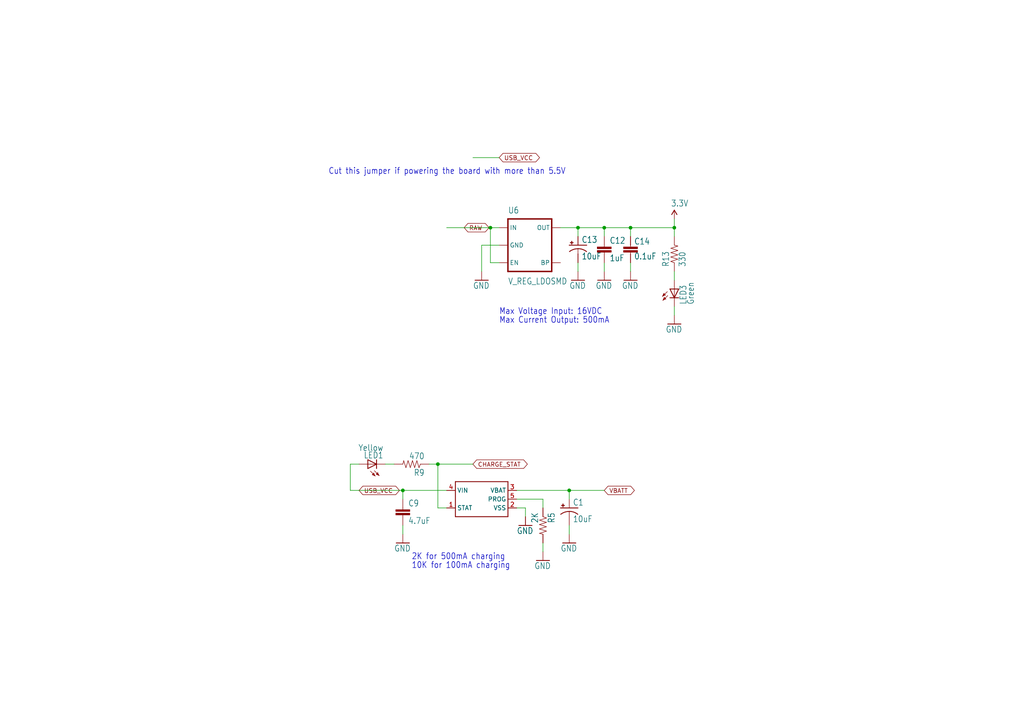
<source format=kicad_sch>
(kicad_sch (version 20230121) (generator eeschema)
  (paper "A4")
  (lib_symbols
    (symbol "working-eagle-import:3.3V" (power)
      (property "Value" "3.3V" (at -1.016 3.556 0))
      (symbol "3.3V_1_0"
        (polyline (pts (xy 0 2.54) (xy -0.762 1.27)) (stroke (width 0.254)))
        (polyline (pts (xy 0.762 1.27) (xy 0 2.54)) (stroke (width 0.254)))
        (pin power_in line (at 0 0 90) (length 2.54) (name "3.3V") (number "1"))
      )
    )
    (symbol "working-eagle-import:CAP0603-CAP"
      (property "Reference" "C" (at 1.524 2.921 0))
      (symbol "CAP0603-CAP_1_0"
        (rectangle (start -2.032 0.508) (end 2.032 1.016) (fill (type outline)))
        (rectangle (start -2.032 1.524) (end 2.032 2.032) (fill (type outline)))
        (polyline (pts (xy 0 0) (xy 0 0.508)) (stroke (width 0.1524)))
        (polyline (pts (xy 0 2.54) (xy 0 2.032)) (stroke (width 0.1524)))
        (pin passive line (at 0 5.08 270) (length 2.54) (name "1") (number "1"))
        (pin passive line (at 0 -2.54 90) (length 2.54) (name "2") (number "2"))
      )
    )
    (symbol "working-eagle-import:CAP_POL1206"
      (property "Reference" "C" (at 1.016 0.635 0))
      (symbol "CAP_POL1206_1_0"
        (rectangle (start -2.253 0.668) (end -1.364 0.795) (fill (type outline)))
        (rectangle (start -1.872 0.287) (end -1.745 1.176) (fill (type outline)))
        (arc (start 0 -1.0161) (mid -1.3021 -1.2303) (end -2.4669 -1.8504) (stroke (width 0.254)))
        (polyline (pts (xy -2.54 0) (xy 2.54 0)) (stroke (width 0.254)))
        (polyline (pts (xy 0 -1.016) (xy 0 -2.54)) (stroke (width 0.1524)))
        (arc (start 2.4892 -1.8541) (mid 1.3158 -1.2194) (end 0 -1) (stroke (width 0.254)))
        (pin passive line (at 0 2.54 270) (length 2.54) (name "+") (number "A"))
        (pin passive line (at 0 -5.08 90) (length 2.54) (name "-") (number "C"))
      )
    )
    (symbol "working-eagle-import:GND" (power)
      (property "Value" "GND" (at -2.54 -2.54 0))
      (symbol "GND_1_0"
        (polyline (pts (xy -1.905 0) (xy 1.905 0)) (stroke (width 0.254)))
        (pin power_in line (at 0 2.54 270) (length 2.54) (name "GND") (number "1"))
      )
    )
    (symbol "working-eagle-import:LED0603"
      (property "Reference" "LED" (at 3.556 -4.572 90))
      (symbol "LED0603_1_0"
        (polyline (pts (xy -2.032 -0.762) (xy -3.429 -2.159)) (stroke (width 0.1524)))
        (polyline (pts (xy -1.905 -1.905) (xy -3.302 -3.302)) (stroke (width 0.1524)))
        (polyline (pts (xy 0 -2.54) (xy -1.27 -2.54)) (stroke (width 0.254)))
        (polyline (pts (xy 0 -2.54) (xy -1.27 0)) (stroke (width 0.254)))
        (polyline (pts (xy 0 0) (xy -1.27 0)) (stroke (width 0.254)))
        (polyline (pts (xy 0 0) (xy 0 -2.54)) (stroke (width 0.1524)))
        (polyline (pts (xy 1.27 -2.54) (xy 0 -2.54)) (stroke (width 0.254)))
        (polyline (pts (xy 1.27 0) (xy 0 -2.54)) (stroke (width 0.254)))
        (polyline (pts (xy 1.27 0) (xy 0 0)) (stroke (width 0.254)))
        (polyline (pts (xy -3.429 -2.159) (xy -3.048 -1.27) (xy -2.54 -1.778)) (stroke (width 0.1524)) (fill (type outline)))
        (polyline (pts (xy -3.302 -3.302) (xy -2.921 -2.413) (xy -2.413 -2.921)) (stroke (width 0.1524)) (fill (type outline)))
        (pin passive line (at 0 2.54 270) (length 2.54) (name "A") (number "A"))
        (pin passive line (at 0 -5.08 90) (length 2.54) (name "C") (number "C"))
      )
    )
    (symbol "working-eagle-import:MCP73831"
      (symbol "MCP73831_1_0"
        (polyline (pts (xy -7.62 -5.08) (xy -7.62 5.08)) (stroke (width 0.254)))
        (polyline (pts (xy -7.62 5.08) (xy 7.62 5.08)) (stroke (width 0.254)))
        (polyline (pts (xy 7.62 -5.08) (xy -7.62 -5.08)) (stroke (width 0.254)))
        (polyline (pts (xy 7.62 5.08) (xy 7.62 -5.08)) (stroke (width 0.254)))
        (pin output line (at -10.16 -2.54 0) (length 2.54) (name "STAT") (number "1"))
        (pin power_in line (at 10.16 -2.54 180) (length 2.54) (name "VSS") (number "2"))
        (pin power_in line (at 10.16 2.54 180) (length 2.54) (name "VBAT") (number "3"))
        (pin power_in line (at -10.16 2.54 0) (length 2.54) (name "VIN") (number "4"))
        (pin input line (at 10.16 0 180) (length 2.54) (name "PROG") (number "5"))
      )
    )
    (symbol "working-eagle-import:RESISTOR0603-RES"
      (property "Reference" "R" (at -3.81 1.4986 0))
      (symbol "RESISTOR0603-RES_1_0"
        (polyline (pts (xy -2.54 0) (xy -2.159 1.016)) (stroke (width 0.1524)))
        (polyline (pts (xy -2.159 1.016) (xy -1.524 -1.016)) (stroke (width 0.1524)))
        (polyline (pts (xy -1.524 -1.016) (xy -0.889 1.016)) (stroke (width 0.1524)))
        (polyline (pts (xy -0.889 1.016) (xy -0.254 -1.016)) (stroke (width 0.1524)))
        (polyline (pts (xy -0.254 -1.016) (xy 0.381 1.016)) (stroke (width 0.1524)))
        (polyline (pts (xy 0.381 1.016) (xy 1.016 -1.016)) (stroke (width 0.1524)))
        (polyline (pts (xy 1.016 -1.016) (xy 1.651 1.016)) (stroke (width 0.1524)))
        (polyline (pts (xy 1.651 1.016) (xy 2.286 -1.016)) (stroke (width 0.1524)))
        (polyline (pts (xy 2.286 -1.016) (xy 2.54 0)) (stroke (width 0.1524)))
        (pin passive line (at -5.08 0 0) (length 2.54) (name "1") (number "1"))
        (pin passive line (at 5.08 0 180) (length 2.54) (name "2") (number "2"))
      )
    )
    (symbol "working-eagle-import:V_REG_LDOSMD"
      (property "Reference" "U" (at -7.62 9.144 0))
      (symbol "V_REG_LDOSMD_1_0"
        (polyline (pts (xy -7.62 -7.62) (xy 5.08 -7.62)) (stroke (width 0.4064)))
        (polyline (pts (xy -7.62 7.62) (xy -7.62 -7.62)) (stroke (width 0.4064)))
        (polyline (pts (xy 5.08 -7.62) (xy 5.08 7.62)) (stroke (width 0.4064)))
        (polyline (pts (xy 5.08 7.62) (xy -7.62 7.62)) (stroke (width 0.4064)))
        (pin input line (at -10.16 5.08 0) (length 2.54) (name "IN") (number "1"))
        (pin input line (at -10.16 0 0) (length 2.54) (name "GND") (number "2"))
        (pin input line (at -10.16 -5.08 0) (length 2.54) (name "EN") (number "3"))
        (pin input line (at 7.62 -5.08 180) (length 2.54) (name "BP") (number "4"))
        (pin passive line (at 7.62 5.08 180) (length 2.54) (name "OUT") (number "5"))
      )
    )
    (symbol "working-eagle-import:supply1_GND" (power)
      (property "Value" "supply1_GND" (at -2.54 -2.54 0))
      (symbol "supply1_GND_1_0"
        (polyline (pts (xy -1.905 0) (xy 1.905 0)) (stroke (width 0.254)))
        (pin power_in line (at 0 2.54 270) (length 2.54) (name "GND") (number "1"))
      )
    )
  )
  (junction (at 127 134.62))
  (junction (at 167.64 66.04))
  (junction (at 142.24 66.04))
  (junction (at 195.58 66.04))
  (junction (at 116.84 142.24))
  (junction (at 175.26 66.04))
  (junction (at 165.1 142.24))
  (junction (at 182.88 66.04))
  (wire (pts (xy 167.64 66.04) (xy 175.26 66.04)) (stroke (width 0.1524)))
  (wire (pts (xy 157.48 160.02) (xy 157.48 157.48)) (stroke (width 0.1524)))
  (wire (pts (xy 127 134.62) (xy 124.46 134.62)) (stroke (width 0.1524)))
  (wire (pts (xy 149.86 144.78) (xy 157.48 144.78)) (stroke (width 0.1524)))
  (wire (pts (xy 116.84 142.24) (xy 129.54 142.24)) (stroke (width 0.1524)))
  (wire (pts (xy 157.48 144.78) (xy 157.48 147.32)) (stroke (width 0.1524)))
  (wire (pts (xy 127 134.62) (xy 137.16 134.62)) (stroke (width 0.1524)))
  (wire (pts (xy 101.6 142.24) (xy 116.84 142.24)) (stroke (width 0.1524)))
  (wire (pts (xy 127 147.32) (xy 127 134.62)) (stroke (width 0.1524)))
  (wire (pts (xy 182.88 78.74) (xy 182.88 76.2)) (stroke (width 0.1524)))
  (wire (pts (xy 149.86 142.24) (xy 165.1 142.24)) (stroke (width 0.1524)))
  (wire (pts (xy 195.58 91.44) (xy 195.58 88.9)) (stroke (width 0.1524)))
  (wire (pts (xy 175.26 78.74) (xy 175.26 76.2)) (stroke (width 0.1524)))
  (wire (pts (xy 144.78 76.2) (xy 142.24 76.2)) (stroke (width 0.1524)))
  (wire (pts (xy 142.24 76.2) (xy 142.24 66.04)) (stroke (width 0.1524)))
  (wire (pts (xy 195.58 66.04) (xy 195.58 68.58)) (stroke (width 0.1524)))
  (wire (pts (xy 182.88 68.58) (xy 182.88 66.04)) (stroke (width 0.1524)))
  (wire (pts (xy 167.64 78.74) (xy 167.64 76.2)) (stroke (width 0.1524)))
  (wire (pts (xy 116.84 144.78) (xy 116.84 142.24)) (stroke (width 0.1524)))
  (wire (pts (xy 182.88 66.04) (xy 195.58 66.04)) (stroke (width 0.1524)))
  (wire (pts (xy 144.78 71.12) (xy 139.7 71.12)) (stroke (width 0.1524)))
  (wire (pts (xy 195.58 81.28) (xy 195.58 78.74)) (stroke (width 0.1524)))
  (wire (pts (xy 104.14 134.62) (xy 101.6 134.62)) (stroke (width 0.1524)))
  (wire (pts (xy 101.6 134.62) (xy 101.6 142.24)) (stroke (width 0.1524)))
  (wire (pts (xy 129.54 147.32) (xy 127 147.32)) (stroke (width 0.1524)))
  (wire (pts (xy 149.86 147.32) (xy 152.4 147.32)) (stroke (width 0.1524)))
  (wire (pts (xy 195.58 66.04) (xy 195.58 63.5)) (stroke (width 0.1524)))
  (wire (pts (xy 129.54 66.04) (xy 142.24 66.04)) (stroke (width 0.1524)))
  (wire (pts (xy 165.1 154.94) (xy 165.1 152.4)) (stroke (width 0.1524)))
  (wire (pts (xy 175.26 66.04) (xy 182.88 66.04)) (stroke (width 0.1524)))
  (wire (pts (xy 142.24 66.04) (xy 144.78 66.04)) (stroke (width 0.1524)))
  (wire (pts (xy 137.16 45.72) (xy 144.78 45.72)) (stroke (width 0.1524)))
  (wire (pts (xy 139.7 71.12) (xy 139.7 78.74)) (stroke (width 0.1524)))
  (wire (pts (xy 165.1 142.24) (xy 175.26 142.24)) (stroke (width 0.1524)))
  (wire (pts (xy 162.56 66.04) (xy 167.64 66.04)) (stroke (width 0.1524)))
  (wire (pts (xy 167.64 66.04) (xy 167.64 68.58)) (stroke (width 0.1524)))
  (wire (pts (xy 165.1 144.78) (xy 165.1 142.24)) (stroke (width 0.1524)))
  (wire (pts (xy 116.84 152.4) (xy 116.84 154.94)) (stroke (width 0.1524)))
  (wire (pts (xy 175.26 66.04) (xy 175.26 68.58)) (stroke (width 0.1524)))
  (wire (pts (xy 114.3 134.62) (xy 111.76 134.62)) (stroke (width 0.1524)))
  (wire (pts (xy 152.4 147.32) (xy 152.4 149.86)) (stroke (width 0.1524)))
  (text "Cut this jumper if powering the board with more than 5.5V" (at 95.25 50.8 0) (effects (font (size 1.778 1.5113)) (justify left bottom)))
  (text "10K for 100mA charging" (at 119.38 165.1 0) (effects (font (size 1.778 1.5113)) (justify left bottom)))
  (text "2K for 500mA charging" (at 119.38 162.56 0) (effects (font (size 1.778 1.5113)) (justify left bottom)))
  (text "Max Current Output: 500mA" (at 144.78 93.98 0) (effects (font (size 1.778 1.5113)) (justify left bottom)))
  (text "Max Voltage Input: 16VDC" (at 144.78 91.44 0) (effects (font (size 1.778 1.5113)) (justify left bottom)))
  (global_label "USB_VCC" (shape bidirectional) (at 104.14 142.24 0) (effects (font (size 1.2446 1.2446))) (property "Intersheetrefs" "${INTERSHEET_REFS}" (effects hide)))
  (global_label "CHARGE_STAT" (shape bidirectional) (at 137.16 134.62 0) (effects (font (size 1.2446 1.2446))) (property "Intersheetrefs" "${INTERSHEET_REFS}" (effects hide)))
  (global_label "RAW" (shape bidirectional) (at 134.62 66.04 0) (effects (font (size 1.2446 1.2446))) (property "Intersheetrefs" "${INTERSHEET_REFS}" (effects hide)))
  (global_label "USB_VCC" (shape bidirectional) (at 144.78 45.72 0) (effects (font (size 1.2446 1.2446))) (property "Intersheetrefs" "${INTERSHEET_REFS}" (effects hide)))
  (global_label "VBATT" (shape bidirectional) (at 175.26 142.24 0) (effects (font (size 1.2446 1.2446))) (property "Intersheetrefs" "${INTERSHEET_REFS}" (effects hide)))
  (symbol (lib_id "working-eagle-import:supply1_GND") (at 157.48 162.56 0) (unit 1)
    (property "Reference" "#GND17" (effects hide))
    (property "Value" "GND" (at 154.94 165.1 0) (effects (font (size 1.778 1.5113)) (justify left bottom)))
  )
  (symbol (lib_id "working-eagle-import:supply1_GND") (at 165.1 157.48 0) (unit 1)
    (property "Reference" "#GND20" (effects hide))
    (property "Value" "GND" (at 162.56 160.02 0) (effects (font (size 1.778 1.5113)) (justify left bottom)))
  )
  (symbol (lib_id "working-eagle-import:LED0603") (at 195.58 83.82 0) (unit 1)
    (property "Reference" "LED3" (at 199.136 88.392 90) (effects (font (size 1.778 1.5113)) (justify left bottom)))
    (property "Value" "Green" (at 201.295 88.392 90) (effects (font (size 1.778 1.5113)) (justify left bottom)))
    (property "Footprint" "working:LED-0603" (effects hide))
  )
  (symbol (lib_id "working-eagle-import:CAP0603-CAP") (at 182.88 71.12 180) (unit 1)
    (property "Reference" "C14" (at 183.896 70.993 0) (effects (font (size 1.778 1.5113)) (justify right top)))
    (property "Value" "0.1uF" (at 183.896 75.311 0) (effects (font (size 1.778 1.5113)) (justify right top)))
    (property "Footprint" "working:0603-CAP" (effects hide))
  )
  (symbol (lib_id "working-eagle-import:supply1_GND") (at 116.84 157.48 0) (unit 1)
    (property "Reference" "#GND18" (effects hide))
    (property "Value" "GND" (at 114.3 160.02 0) (effects (font (size 1.778 1.5113)) (justify left bottom)))
  )
  (symbol (lib_id "working-eagle-import:GND") (at 182.88 81.28 0) (unit 1)
    (property "Reference" "#GND32" (effects hide))
    (property "Value" "GND" (at 180.34 83.82 0) (effects (font (size 1.778 1.5113)) (justify left bottom)))
  )
  (symbol (lib_id "working-eagle-import:CAP_POL1206") (at 165.1 147.32 0) (unit 1)
    (property "Reference" "C1" (at 166.116 146.685 0) (effects (font (size 1.778 1.5113)) (justify left bottom)))
    (property "Value" "10uF" (at 166.116 151.511 0) (effects (font (size 1.778 1.5113)) (justify left bottom)))
    (property "Footprint" "working:EIA3216" (effects hide))
  )
  (symbol (lib_id "working-eagle-import:CAP_POL1206") (at 167.64 71.12 0) (unit 1)
    (property "Reference" "C13" (at 168.656 70.485 0) (effects (font (size 1.778 1.5113)) (justify left bottom)))
    (property "Value" "10uF" (at 168.656 75.311 0) (effects (font (size 1.778 1.5113)) (justify left bottom)))
    (property "Footprint" "working:EIA3216" (effects hide))
  )
  (symbol (lib_id "working-eagle-import:CAP0603-CAP") (at 175.26 73.66 0) (unit 1)
    (property "Reference" "C12" (at 176.784 70.739 0) (effects (font (size 1.778 1.5113)) (justify left bottom)))
    (property "Value" "1uF" (at 176.784 75.819 0) (effects (font (size 1.778 1.5113)) (justify left bottom)))
    (property "Footprint" "working:0603-CAP" (effects hide))
  )
  (symbol (lib_id "working-eagle-import:3.3V") (at 195.58 63.5 0) (unit 1)
    (property "Reference" "#P+10" (effects hide))
    (property "Value" "3.3V" (at 194.564 59.944 0) (effects (font (size 1.778 1.5113)) (justify left bottom)))
  )
  (symbol (lib_id "working-eagle-import:RESISTOR0603-RES") (at 195.58 73.66 90) (unit 1)
    (property "Reference" "R13" (at 194.0814 77.47 0) (effects (font (size 1.778 1.5113)) (justify left bottom)))
    (property "Value" "330" (at 198.882 77.47 0) (effects (font (size 1.778 1.5113)) (justify left bottom)))
    (property "Footprint" "working:0603-RES" (effects hide))
  )
  (symbol (lib_id "working-eagle-import:LED0603") (at 106.68 134.62 90) (unit 1)
    (property "Reference" "LED1" (at 111.252 131.064 90) (effects (font (size 1.778 1.5113)) (justify left bottom)))
    (property "Value" "Yellow" (at 111.252 128.905 90) (effects (font (size 1.778 1.5113)) (justify left bottom)))
    (property "Footprint" "working:LED-0603" (effects hide))
  )
  (symbol (lib_id "working-eagle-import:RESISTOR0603-RES") (at 157.48 152.4 270) (unit 1)
    (property "Reference" "R5" (at 158.9786 148.59 0) (effects (font (size 1.778 1.5113)) (justify left bottom)))
    (property "Value" "2K" (at 154.178 148.59 0) (effects (font (size 1.778 1.5113)) (justify left bottom)))
    (property "Footprint" "working:0603-RES" (effects hide))
  )
  (symbol (lib_id "working-eagle-import:RESISTOR0603-RES") (at 119.38 134.62 180) (unit 1)
    (property "Reference" "R9" (at 123.19 136.1186 0) (effects (font (size 1.778 1.5113)) (justify left bottom)))
    (property "Value" "470" (at 123.19 131.318 0) (effects (font (size 1.778 1.5113)) (justify left bottom)))
    (property "Footprint" "working:0603-RES" (effects hide))
  )
  (symbol (lib_id "working-eagle-import:MCP73831") (at 139.7 144.78 0) (unit 1)
    (property "Reference" "U1" (effects hide))
    (property "Value" "MCP73831" (effects hide))
    (property "Footprint" "working:SOT23-5" (effects hide))
  )
  (symbol (lib_id "working-eagle-import:V_REG_LDOSMD") (at 154.94 71.12 0) (unit 1)
    (property "Reference" "U6" (at 147.32 61.976 0) (effects (font (size 1.778 1.5113)) (justify left bottom)))
    (property "Value" "V_REG_LDOSMD" (at 147.32 82.55 0) (effects (font (size 1.778 1.5113)) (justify left bottom)))
    (property "Footprint" "working:SOT23-5" (effects hide))
  )
  (symbol (lib_id "working-eagle-import:CAP0603-CAP") (at 116.84 149.86 0) (unit 1)
    (property "Reference" "C9" (at 118.364 146.939 0) (effects (font (size 1.778 1.5113)) (justify left bottom)))
    (property "Value" "4.7uF" (at 118.364 152.019 0) (effects (font (size 1.778 1.5113)) (justify left bottom)))
    (property "Footprint" "working:0603-CAP" (effects hide))
  )
  (symbol (lib_id "working-eagle-import:GND") (at 139.7 81.28 0) (unit 1)
    (property "Reference" "#GND33" (effects hide))
    (property "Value" "GND" (at 137.16 83.82 0) (effects (font (size 1.778 1.5113)) (justify left bottom)))
  )
  (symbol (lib_id "working-eagle-import:GND") (at 195.58 93.98 0) (unit 1)
    (property "Reference" "#GND31" (effects hide))
    (property "Value" "GND" (at 193.04 96.52 0) (effects (font (size 1.778 1.5113)) (justify left bottom)))
  )
  (symbol (lib_id "working-eagle-import:supply1_GND") (at 152.4 152.4 0) (unit 1)
    (property "Reference" "#GND14" (effects hide))
    (property "Value" "GND" (at 149.86 154.94 0) (effects (font (size 1.778 1.5113)) (justify left bottom)))
  )
  (symbol (lib_id "working-eagle-import:GND") (at 175.26 81.28 0) (unit 1)
    (property "Reference" "#GND30" (effects hide))
    (property "Value" "GND" (at 172.72 83.82 0) (effects (font (size 1.778 1.5113)) (justify left bottom)))
  )
  (symbol (lib_id "working-eagle-import:GND") (at 167.64 81.28 0) (unit 1)
    (property "Reference" "#GND29" (effects hide))
    (property "Value" "GND" (at 165.1 83.82 0) (effects (font (size 1.778 1.5113)) (justify left bottom)))
  )
)
</source>
